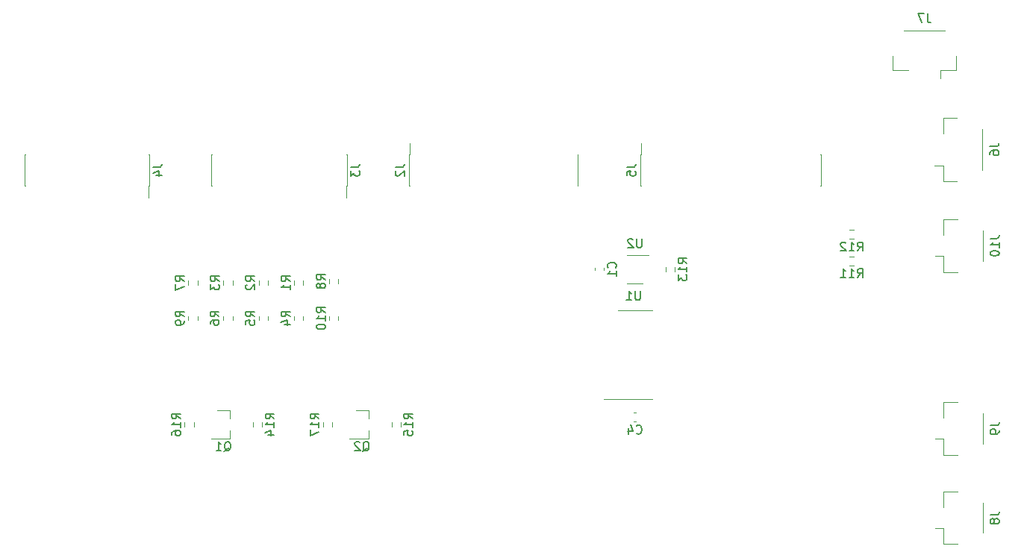
<source format=gbr>
%TF.GenerationSoftware,KiCad,Pcbnew,5.1.10-88a1d61d58~90~ubuntu20.04.1*%
%TF.CreationDate,2021-08-26T11:56:54+08:00*%
%TF.ProjectId,Syrostan-Ext-DIO,5379726f-7374-4616-9e2d-4578742d4449,rev?*%
%TF.SameCoordinates,Original*%
%TF.FileFunction,Legend,Bot*%
%TF.FilePolarity,Positive*%
%FSLAX46Y46*%
G04 Gerber Fmt 4.6, Leading zero omitted, Abs format (unit mm)*
G04 Created by KiCad (PCBNEW 5.1.10-88a1d61d58~90~ubuntu20.04.1) date 2021-08-26 11:56:54*
%MOMM*%
%LPD*%
G01*
G04 APERTURE LIST*
%ADD10C,0.120000*%
%ADD11C,0.150000*%
G04 APERTURE END LIST*
D10*
%TO.C,J2*%
X165636666Y-87964969D02*
X165701666Y-87964969D01*
X165636666Y-84434969D02*
X165701666Y-84434969D01*
X146531666Y-87964969D02*
X146596666Y-87964969D01*
X146531666Y-84434969D02*
X146596666Y-84434969D01*
X146596666Y-83109969D02*
X146596666Y-84434969D01*
X165701666Y-84434969D02*
X165701666Y-87964969D01*
X146531666Y-84434969D02*
X146531666Y-87964969D01*
%TO.C,U2*%
X171260000Y-95830000D02*
X173710000Y-95830000D01*
X173060000Y-99050000D02*
X171260000Y-99050000D01*
%TO.C,R17*%
X137822500Y-114822742D02*
X137822500Y-115297258D01*
X136777500Y-114822742D02*
X136777500Y-115297258D01*
%TO.C,R16*%
X122102500Y-114822742D02*
X122102500Y-115297258D01*
X121057500Y-114822742D02*
X121057500Y-115297258D01*
%TO.C,R15*%
X144547500Y-115297258D02*
X144547500Y-114822742D01*
X145592500Y-115297258D02*
X145592500Y-114822742D01*
%TO.C,R14*%
X128827500Y-115297258D02*
X128827500Y-114822742D01*
X129872500Y-115297258D02*
X129872500Y-114822742D01*
%TO.C,R13*%
X175647500Y-97677258D02*
X175647500Y-97202742D01*
X176692500Y-97677258D02*
X176692500Y-97202742D01*
%TO.C,Q2*%
X141945000Y-113480000D02*
X140485000Y-113480000D01*
X141945000Y-116640000D02*
X139785000Y-116640000D01*
X141945000Y-116640000D02*
X141945000Y-115710000D01*
X141945000Y-113480000D02*
X141945000Y-114410000D01*
%TO.C,Q1*%
X126225000Y-113480000D02*
X124765000Y-113480000D01*
X126225000Y-116640000D02*
X124065000Y-116640000D01*
X126225000Y-116640000D02*
X126225000Y-115710000D01*
X126225000Y-113480000D02*
X126225000Y-114410000D01*
%TO.C,C1*%
X167640000Y-97580580D02*
X167640000Y-97299420D01*
X168660000Y-97580580D02*
X168660000Y-97299420D01*
%TO.C,J10*%
X211630000Y-96489969D02*
X211630000Y-93059969D01*
X207160000Y-91789969D02*
X207160000Y-93589969D01*
X208760000Y-91789969D02*
X207160000Y-91789969D01*
X207160000Y-95959969D02*
X206220000Y-95959969D01*
X207160000Y-97759969D02*
X207160000Y-95959969D01*
X208760000Y-97759969D02*
X207160000Y-97759969D01*
%TO.C,J9*%
X211620000Y-117228334D02*
X211620000Y-113798334D01*
X207150000Y-112528334D02*
X207150000Y-114328334D01*
X208750000Y-112528334D02*
X207150000Y-112528334D01*
X207150000Y-116698334D02*
X206210000Y-116698334D01*
X207150000Y-118498334D02*
X207150000Y-116698334D01*
X208750000Y-118498334D02*
X207150000Y-118498334D01*
%TO.C,J8*%
X211620000Y-127385000D02*
X211620000Y-123955000D01*
X207150000Y-122685000D02*
X207150000Y-124485000D01*
X208750000Y-122685000D02*
X207150000Y-122685000D01*
X207150000Y-126855000D02*
X206210000Y-126855000D01*
X207150000Y-128655000D02*
X207150000Y-126855000D01*
X208750000Y-128655000D02*
X207150000Y-128655000D01*
%TO.C,J7*%
X207340000Y-70390000D02*
X202660000Y-70390000D01*
X201390000Y-74860000D02*
X203190000Y-74860000D01*
X201390000Y-73260000D02*
X201390000Y-74860000D01*
X206810000Y-74860000D02*
X206810000Y-75800000D01*
X208610000Y-74860000D02*
X206810000Y-74860000D01*
X208610000Y-73260000D02*
X208610000Y-74860000D01*
%TO.C,J6*%
X211580000Y-86190000D02*
X211580000Y-81510000D01*
X207110000Y-80240000D02*
X207110000Y-82040000D01*
X208710000Y-80240000D02*
X207110000Y-80240000D01*
X207110000Y-85660000D02*
X206170000Y-85660000D01*
X207110000Y-87460000D02*
X207110000Y-85660000D01*
X208710000Y-87460000D02*
X207110000Y-87460000D01*
%TO.C,J5*%
X193155000Y-87964969D02*
X193220000Y-87964969D01*
X193155000Y-84434969D02*
X193220000Y-84434969D01*
X172780000Y-87964969D02*
X172845000Y-87964969D01*
X172780000Y-84434969D02*
X172845000Y-84434969D01*
X172845000Y-83109969D02*
X172845000Y-84434969D01*
X193220000Y-84434969D02*
X193220000Y-87964969D01*
X172780000Y-84434969D02*
X172780000Y-87964969D01*
%TO.C,R12*%
X196512742Y-92977500D02*
X196987258Y-92977500D01*
X196512742Y-94022500D02*
X196987258Y-94022500D01*
%TO.C,R11*%
X196512742Y-95977500D02*
X196987258Y-95977500D01*
X196512742Y-97022500D02*
X196987258Y-97022500D01*
%TO.C,U1*%
X172149969Y-102079969D02*
X174099969Y-102079969D01*
X172149969Y-102079969D02*
X170199969Y-102079969D01*
X172149969Y-112199969D02*
X174099969Y-112199969D01*
X172149969Y-112199969D02*
X168649969Y-112199969D01*
%TO.C,C4*%
X172290549Y-113740000D02*
X172009389Y-113740000D01*
X172290549Y-114760000D02*
X172009389Y-114760000D01*
%TO.C,R10*%
X138522500Y-102762742D02*
X138522500Y-103237258D01*
X137477500Y-102762742D02*
X137477500Y-103237258D01*
%TO.C,R9*%
X122522500Y-102762742D02*
X122522500Y-103237258D01*
X121477500Y-102762742D02*
X121477500Y-103237258D01*
%TO.C,R8*%
X138522500Y-98587742D02*
X138522500Y-99062258D01*
X137477500Y-98587742D02*
X137477500Y-99062258D01*
%TO.C,R7*%
X122522500Y-98762742D02*
X122522500Y-99237258D01*
X121477500Y-98762742D02*
X121477500Y-99237258D01*
%TO.C,R6*%
X126522500Y-102762742D02*
X126522500Y-103237258D01*
X125477500Y-102762742D02*
X125477500Y-103237258D01*
%TO.C,R5*%
X130522500Y-102762742D02*
X130522500Y-103237258D01*
X129477500Y-102762742D02*
X129477500Y-103237258D01*
%TO.C,R4*%
X134522500Y-102762742D02*
X134522500Y-103237258D01*
X133477500Y-102762742D02*
X133477500Y-103237258D01*
%TO.C,R3*%
X126522500Y-98762742D02*
X126522500Y-99237258D01*
X125477500Y-98762742D02*
X125477500Y-99237258D01*
%TO.C,R2*%
X130522500Y-98762742D02*
X130522500Y-99237258D01*
X129477500Y-98762742D02*
X129477500Y-99237258D01*
%TO.C,R1*%
X134522500Y-98762742D02*
X134522500Y-99237258D01*
X133477500Y-98762742D02*
X133477500Y-99237258D01*
%TO.C,J4*%
X103020000Y-84434969D02*
X102955000Y-84434969D01*
X103020000Y-87964969D02*
X102955000Y-87964969D01*
X117045000Y-84434969D02*
X116980000Y-84434969D01*
X117045000Y-87964969D02*
X116980000Y-87964969D01*
X116980000Y-89289969D02*
X116980000Y-87964969D01*
X102955000Y-87964969D02*
X102955000Y-84434969D01*
X117045000Y-87964969D02*
X117045000Y-84434969D01*
%TO.C,J3*%
X124168333Y-84434969D02*
X124103333Y-84434969D01*
X124168333Y-87964969D02*
X124103333Y-87964969D01*
X139463333Y-84434969D02*
X139398333Y-84434969D01*
X139463333Y-87964969D02*
X139398333Y-87964969D01*
X139398333Y-89289969D02*
X139398333Y-87964969D01*
X124103333Y-87964969D02*
X124103333Y-84434969D01*
X139463333Y-87964969D02*
X139463333Y-84434969D01*
%TO.C,J2*%
D11*
X144984046Y-85866635D02*
X145698332Y-85866635D01*
X145841189Y-85819016D01*
X145936427Y-85723778D01*
X145984046Y-85580921D01*
X145984046Y-85485683D01*
X145079285Y-86295207D02*
X145031666Y-86342826D01*
X144984046Y-86438064D01*
X144984046Y-86676159D01*
X145031666Y-86771397D01*
X145079285Y-86819016D01*
X145174523Y-86866635D01*
X145269761Y-86866635D01*
X145412618Y-86819016D01*
X145984046Y-86247588D01*
X145984046Y-86866635D01*
%TO.C,U2*%
X172921904Y-93992380D02*
X172921904Y-94801904D01*
X172874285Y-94897142D01*
X172826666Y-94944761D01*
X172731428Y-94992380D01*
X172540952Y-94992380D01*
X172445714Y-94944761D01*
X172398095Y-94897142D01*
X172350476Y-94801904D01*
X172350476Y-93992380D01*
X171921904Y-94087619D02*
X171874285Y-94040000D01*
X171779047Y-93992380D01*
X171540952Y-93992380D01*
X171445714Y-94040000D01*
X171398095Y-94087619D01*
X171350476Y-94182857D01*
X171350476Y-94278095D01*
X171398095Y-94420952D01*
X171969523Y-94992380D01*
X171350476Y-94992380D01*
%TO.C,R17*%
X136322380Y-114417142D02*
X135846190Y-114083809D01*
X136322380Y-113845714D02*
X135322380Y-113845714D01*
X135322380Y-114226666D01*
X135370000Y-114321904D01*
X135417619Y-114369523D01*
X135512857Y-114417142D01*
X135655714Y-114417142D01*
X135750952Y-114369523D01*
X135798571Y-114321904D01*
X135846190Y-114226666D01*
X135846190Y-113845714D01*
X136322380Y-115369523D02*
X136322380Y-114798095D01*
X136322380Y-115083809D02*
X135322380Y-115083809D01*
X135465238Y-114988571D01*
X135560476Y-114893333D01*
X135608095Y-114798095D01*
X135322380Y-115702857D02*
X135322380Y-116369523D01*
X136322380Y-115940952D01*
%TO.C,R16*%
X120602380Y-114417142D02*
X120126190Y-114083809D01*
X120602380Y-113845714D02*
X119602380Y-113845714D01*
X119602380Y-114226666D01*
X119650000Y-114321904D01*
X119697619Y-114369523D01*
X119792857Y-114417142D01*
X119935714Y-114417142D01*
X120030952Y-114369523D01*
X120078571Y-114321904D01*
X120126190Y-114226666D01*
X120126190Y-113845714D01*
X120602380Y-115369523D02*
X120602380Y-114798095D01*
X120602380Y-115083809D02*
X119602380Y-115083809D01*
X119745238Y-114988571D01*
X119840476Y-114893333D01*
X119888095Y-114798095D01*
X119602380Y-116226666D02*
X119602380Y-116036190D01*
X119650000Y-115940952D01*
X119697619Y-115893333D01*
X119840476Y-115798095D01*
X120030952Y-115750476D01*
X120411904Y-115750476D01*
X120507142Y-115798095D01*
X120554761Y-115845714D01*
X120602380Y-115940952D01*
X120602380Y-116131428D01*
X120554761Y-116226666D01*
X120507142Y-116274285D01*
X120411904Y-116321904D01*
X120173809Y-116321904D01*
X120078571Y-116274285D01*
X120030952Y-116226666D01*
X119983333Y-116131428D01*
X119983333Y-115940952D01*
X120030952Y-115845714D01*
X120078571Y-115798095D01*
X120173809Y-115750476D01*
%TO.C,R15*%
X146952380Y-114417142D02*
X146476190Y-114083809D01*
X146952380Y-113845714D02*
X145952380Y-113845714D01*
X145952380Y-114226666D01*
X146000000Y-114321904D01*
X146047619Y-114369523D01*
X146142857Y-114417142D01*
X146285714Y-114417142D01*
X146380952Y-114369523D01*
X146428571Y-114321904D01*
X146476190Y-114226666D01*
X146476190Y-113845714D01*
X146952380Y-115369523D02*
X146952380Y-114798095D01*
X146952380Y-115083809D02*
X145952380Y-115083809D01*
X146095238Y-114988571D01*
X146190476Y-114893333D01*
X146238095Y-114798095D01*
X145952380Y-116274285D02*
X145952380Y-115798095D01*
X146428571Y-115750476D01*
X146380952Y-115798095D01*
X146333333Y-115893333D01*
X146333333Y-116131428D01*
X146380952Y-116226666D01*
X146428571Y-116274285D01*
X146523809Y-116321904D01*
X146761904Y-116321904D01*
X146857142Y-116274285D01*
X146904761Y-116226666D01*
X146952380Y-116131428D01*
X146952380Y-115893333D01*
X146904761Y-115798095D01*
X146857142Y-115750476D01*
%TO.C,R14*%
X131232380Y-114417142D02*
X130756190Y-114083809D01*
X131232380Y-113845714D02*
X130232380Y-113845714D01*
X130232380Y-114226666D01*
X130280000Y-114321904D01*
X130327619Y-114369523D01*
X130422857Y-114417142D01*
X130565714Y-114417142D01*
X130660952Y-114369523D01*
X130708571Y-114321904D01*
X130756190Y-114226666D01*
X130756190Y-113845714D01*
X131232380Y-115369523D02*
X131232380Y-114798095D01*
X131232380Y-115083809D02*
X130232380Y-115083809D01*
X130375238Y-114988571D01*
X130470476Y-114893333D01*
X130518095Y-114798095D01*
X130565714Y-116226666D02*
X131232380Y-116226666D01*
X130184761Y-115988571D02*
X130899047Y-115750476D01*
X130899047Y-116369523D01*
%TO.C,R13*%
X178052380Y-96797142D02*
X177576190Y-96463809D01*
X178052380Y-96225714D02*
X177052380Y-96225714D01*
X177052380Y-96606666D01*
X177100000Y-96701904D01*
X177147619Y-96749523D01*
X177242857Y-96797142D01*
X177385714Y-96797142D01*
X177480952Y-96749523D01*
X177528571Y-96701904D01*
X177576190Y-96606666D01*
X177576190Y-96225714D01*
X178052380Y-97749523D02*
X178052380Y-97178095D01*
X178052380Y-97463809D02*
X177052380Y-97463809D01*
X177195238Y-97368571D01*
X177290476Y-97273333D01*
X177338095Y-97178095D01*
X177052380Y-98082857D02*
X177052380Y-98701904D01*
X177433333Y-98368571D01*
X177433333Y-98511428D01*
X177480952Y-98606666D01*
X177528571Y-98654285D01*
X177623809Y-98701904D01*
X177861904Y-98701904D01*
X177957142Y-98654285D01*
X178004761Y-98606666D01*
X178052380Y-98511428D01*
X178052380Y-98225714D01*
X178004761Y-98130476D01*
X177957142Y-98082857D01*
%TO.C,Q2*%
X141280238Y-118107619D02*
X141375476Y-118060000D01*
X141470714Y-117964761D01*
X141613571Y-117821904D01*
X141708809Y-117774285D01*
X141804047Y-117774285D01*
X141756428Y-118012380D02*
X141851666Y-117964761D01*
X141946904Y-117869523D01*
X141994523Y-117679047D01*
X141994523Y-117345714D01*
X141946904Y-117155238D01*
X141851666Y-117060000D01*
X141756428Y-117012380D01*
X141565952Y-117012380D01*
X141470714Y-117060000D01*
X141375476Y-117155238D01*
X141327857Y-117345714D01*
X141327857Y-117679047D01*
X141375476Y-117869523D01*
X141470714Y-117964761D01*
X141565952Y-118012380D01*
X141756428Y-118012380D01*
X140946904Y-117107619D02*
X140899285Y-117060000D01*
X140804047Y-117012380D01*
X140565952Y-117012380D01*
X140470714Y-117060000D01*
X140423095Y-117107619D01*
X140375476Y-117202857D01*
X140375476Y-117298095D01*
X140423095Y-117440952D01*
X140994523Y-118012380D01*
X140375476Y-118012380D01*
%TO.C,Q1*%
X125560238Y-118107619D02*
X125655476Y-118060000D01*
X125750714Y-117964761D01*
X125893571Y-117821904D01*
X125988809Y-117774285D01*
X126084047Y-117774285D01*
X126036428Y-118012380D02*
X126131666Y-117964761D01*
X126226904Y-117869523D01*
X126274523Y-117679047D01*
X126274523Y-117345714D01*
X126226904Y-117155238D01*
X126131666Y-117060000D01*
X126036428Y-117012380D01*
X125845952Y-117012380D01*
X125750714Y-117060000D01*
X125655476Y-117155238D01*
X125607857Y-117345714D01*
X125607857Y-117679047D01*
X125655476Y-117869523D01*
X125750714Y-117964761D01*
X125845952Y-118012380D01*
X126036428Y-118012380D01*
X124655476Y-118012380D02*
X125226904Y-118012380D01*
X124941190Y-118012380D02*
X124941190Y-117012380D01*
X125036428Y-117155238D01*
X125131666Y-117250476D01*
X125226904Y-117298095D01*
%TO.C,C1*%
X169937142Y-97273333D02*
X169984761Y-97225714D01*
X170032380Y-97082857D01*
X170032380Y-96987619D01*
X169984761Y-96844761D01*
X169889523Y-96749523D01*
X169794285Y-96701904D01*
X169603809Y-96654285D01*
X169460952Y-96654285D01*
X169270476Y-96701904D01*
X169175238Y-96749523D01*
X169080000Y-96844761D01*
X169032380Y-96987619D01*
X169032380Y-97082857D01*
X169080000Y-97225714D01*
X169127619Y-97273333D01*
X170032380Y-98225714D02*
X170032380Y-97654285D01*
X170032380Y-97940000D02*
X169032380Y-97940000D01*
X169175238Y-97844761D01*
X169270476Y-97749523D01*
X169318095Y-97654285D01*
%TO.C,J10*%
X212472380Y-93965445D02*
X213186666Y-93965445D01*
X213329523Y-93917826D01*
X213424761Y-93822588D01*
X213472380Y-93679730D01*
X213472380Y-93584492D01*
X213472380Y-94965445D02*
X213472380Y-94394016D01*
X213472380Y-94679730D02*
X212472380Y-94679730D01*
X212615238Y-94584492D01*
X212710476Y-94489254D01*
X212758095Y-94394016D01*
X212472380Y-95584492D02*
X212472380Y-95679730D01*
X212520000Y-95774969D01*
X212567619Y-95822588D01*
X212662857Y-95870207D01*
X212853333Y-95917826D01*
X213091428Y-95917826D01*
X213281904Y-95870207D01*
X213377142Y-95822588D01*
X213424761Y-95774969D01*
X213472380Y-95679730D01*
X213472380Y-95584492D01*
X213424761Y-95489254D01*
X213377142Y-95441635D01*
X213281904Y-95394016D01*
X213091428Y-95346397D01*
X212853333Y-95346397D01*
X212662857Y-95394016D01*
X212567619Y-95441635D01*
X212520000Y-95489254D01*
X212472380Y-95584492D01*
%TO.C,J9*%
X212462380Y-115180000D02*
X213176666Y-115180000D01*
X213319523Y-115132381D01*
X213414761Y-115037143D01*
X213462380Y-114894286D01*
X213462380Y-114799048D01*
X213462380Y-115703810D02*
X213462380Y-115894286D01*
X213414761Y-115989524D01*
X213367142Y-116037143D01*
X213224285Y-116132381D01*
X213033809Y-116180000D01*
X212652857Y-116180000D01*
X212557619Y-116132381D01*
X212510000Y-116084762D01*
X212462380Y-115989524D01*
X212462380Y-115799048D01*
X212510000Y-115703810D01*
X212557619Y-115656191D01*
X212652857Y-115608572D01*
X212890952Y-115608572D01*
X212986190Y-115656191D01*
X213033809Y-115703810D01*
X213081428Y-115799048D01*
X213081428Y-115989524D01*
X213033809Y-116084762D01*
X212986190Y-116132381D01*
X212890952Y-116180000D01*
%TO.C,J8*%
X212462380Y-125336666D02*
X213176666Y-125336666D01*
X213319523Y-125289047D01*
X213414761Y-125193809D01*
X213462380Y-125050952D01*
X213462380Y-124955714D01*
X212890952Y-125955714D02*
X212843333Y-125860476D01*
X212795714Y-125812857D01*
X212700476Y-125765238D01*
X212652857Y-125765238D01*
X212557619Y-125812857D01*
X212510000Y-125860476D01*
X212462380Y-125955714D01*
X212462380Y-126146190D01*
X212510000Y-126241428D01*
X212557619Y-126289047D01*
X212652857Y-126336666D01*
X212700476Y-126336666D01*
X212795714Y-126289047D01*
X212843333Y-126241428D01*
X212890952Y-126146190D01*
X212890952Y-125955714D01*
X212938571Y-125860476D01*
X212986190Y-125812857D01*
X213081428Y-125765238D01*
X213271904Y-125765238D01*
X213367142Y-125812857D01*
X213414761Y-125860476D01*
X213462380Y-125955714D01*
X213462380Y-126146190D01*
X213414761Y-126241428D01*
X213367142Y-126289047D01*
X213271904Y-126336666D01*
X213081428Y-126336666D01*
X212986190Y-126289047D01*
X212938571Y-126241428D01*
X212890952Y-126146190D01*
%TO.C,J7*%
X205333333Y-68452380D02*
X205333333Y-69166666D01*
X205380952Y-69309523D01*
X205476190Y-69404761D01*
X205619047Y-69452380D01*
X205714285Y-69452380D01*
X204952380Y-68452380D02*
X204285714Y-68452380D01*
X204714285Y-69452380D01*
%TO.C,J6*%
X212422380Y-83516666D02*
X213136666Y-83516666D01*
X213279523Y-83469047D01*
X213374761Y-83373809D01*
X213422380Y-83230952D01*
X213422380Y-83135714D01*
X212422380Y-84421428D02*
X212422380Y-84230952D01*
X212470000Y-84135714D01*
X212517619Y-84088095D01*
X212660476Y-83992857D01*
X212850952Y-83945238D01*
X213231904Y-83945238D01*
X213327142Y-83992857D01*
X213374761Y-84040476D01*
X213422380Y-84135714D01*
X213422380Y-84326190D01*
X213374761Y-84421428D01*
X213327142Y-84469047D01*
X213231904Y-84516666D01*
X212993809Y-84516666D01*
X212898571Y-84469047D01*
X212850952Y-84421428D01*
X212803333Y-84326190D01*
X212803333Y-84135714D01*
X212850952Y-84040476D01*
X212898571Y-83992857D01*
X212993809Y-83945238D01*
%TO.C,J5*%
X171232380Y-85866635D02*
X171946666Y-85866635D01*
X172089523Y-85819016D01*
X172184761Y-85723778D01*
X172232380Y-85580921D01*
X172232380Y-85485683D01*
X171232380Y-86819016D02*
X171232380Y-86342826D01*
X171708571Y-86295207D01*
X171660952Y-86342826D01*
X171613333Y-86438064D01*
X171613333Y-86676159D01*
X171660952Y-86771397D01*
X171708571Y-86819016D01*
X171803809Y-86866635D01*
X172041904Y-86866635D01*
X172137142Y-86819016D01*
X172184761Y-86771397D01*
X172232380Y-86676159D01*
X172232380Y-86438064D01*
X172184761Y-86342826D01*
X172137142Y-86295207D01*
%TO.C,R12*%
X197392857Y-95382380D02*
X197726190Y-94906190D01*
X197964285Y-95382380D02*
X197964285Y-94382380D01*
X197583333Y-94382380D01*
X197488095Y-94430000D01*
X197440476Y-94477619D01*
X197392857Y-94572857D01*
X197392857Y-94715714D01*
X197440476Y-94810952D01*
X197488095Y-94858571D01*
X197583333Y-94906190D01*
X197964285Y-94906190D01*
X196440476Y-95382380D02*
X197011904Y-95382380D01*
X196726190Y-95382380D02*
X196726190Y-94382380D01*
X196821428Y-94525238D01*
X196916666Y-94620476D01*
X197011904Y-94668095D01*
X196059523Y-94477619D02*
X196011904Y-94430000D01*
X195916666Y-94382380D01*
X195678571Y-94382380D01*
X195583333Y-94430000D01*
X195535714Y-94477619D01*
X195488095Y-94572857D01*
X195488095Y-94668095D01*
X195535714Y-94810952D01*
X196107142Y-95382380D01*
X195488095Y-95382380D01*
%TO.C,R11*%
X197392857Y-98382380D02*
X197726190Y-97906190D01*
X197964285Y-98382380D02*
X197964285Y-97382380D01*
X197583333Y-97382380D01*
X197488095Y-97430000D01*
X197440476Y-97477619D01*
X197392857Y-97572857D01*
X197392857Y-97715714D01*
X197440476Y-97810952D01*
X197488095Y-97858571D01*
X197583333Y-97906190D01*
X197964285Y-97906190D01*
X196440476Y-98382380D02*
X197011904Y-98382380D01*
X196726190Y-98382380D02*
X196726190Y-97382380D01*
X196821428Y-97525238D01*
X196916666Y-97620476D01*
X197011904Y-97668095D01*
X195488095Y-98382380D02*
X196059523Y-98382380D01*
X195773809Y-98382380D02*
X195773809Y-97382380D01*
X195869047Y-97525238D01*
X195964285Y-97620476D01*
X196059523Y-97668095D01*
%TO.C,U1*%
X172761904Y-99952380D02*
X172761904Y-100761904D01*
X172714285Y-100857142D01*
X172666666Y-100904761D01*
X172571428Y-100952380D01*
X172380952Y-100952380D01*
X172285714Y-100904761D01*
X172238095Y-100857142D01*
X172190476Y-100761904D01*
X172190476Y-99952380D01*
X171190476Y-100952380D02*
X171761904Y-100952380D01*
X171476190Y-100952380D02*
X171476190Y-99952380D01*
X171571428Y-100095238D01*
X171666666Y-100190476D01*
X171761904Y-100238095D01*
%TO.C,C4*%
X172306635Y-116047142D02*
X172354254Y-116094761D01*
X172497111Y-116142380D01*
X172592349Y-116142380D01*
X172735207Y-116094761D01*
X172830445Y-115999523D01*
X172878064Y-115904285D01*
X172925683Y-115713809D01*
X172925683Y-115570952D01*
X172878064Y-115380476D01*
X172830445Y-115285238D01*
X172735207Y-115190000D01*
X172592349Y-115142380D01*
X172497111Y-115142380D01*
X172354254Y-115190000D01*
X172306635Y-115237619D01*
X171449492Y-115475714D02*
X171449492Y-116142380D01*
X171687588Y-115094761D02*
X171925683Y-115809047D01*
X171306635Y-115809047D01*
%TO.C,R10*%
X137022380Y-102357142D02*
X136546190Y-102023809D01*
X137022380Y-101785714D02*
X136022380Y-101785714D01*
X136022380Y-102166666D01*
X136070000Y-102261904D01*
X136117619Y-102309523D01*
X136212857Y-102357142D01*
X136355714Y-102357142D01*
X136450952Y-102309523D01*
X136498571Y-102261904D01*
X136546190Y-102166666D01*
X136546190Y-101785714D01*
X137022380Y-103309523D02*
X137022380Y-102738095D01*
X137022380Y-103023809D02*
X136022380Y-103023809D01*
X136165238Y-102928571D01*
X136260476Y-102833333D01*
X136308095Y-102738095D01*
X136022380Y-103928571D02*
X136022380Y-104023809D01*
X136070000Y-104119047D01*
X136117619Y-104166666D01*
X136212857Y-104214285D01*
X136403333Y-104261904D01*
X136641428Y-104261904D01*
X136831904Y-104214285D01*
X136927142Y-104166666D01*
X136974761Y-104119047D01*
X137022380Y-104023809D01*
X137022380Y-103928571D01*
X136974761Y-103833333D01*
X136927142Y-103785714D01*
X136831904Y-103738095D01*
X136641428Y-103690476D01*
X136403333Y-103690476D01*
X136212857Y-103738095D01*
X136117619Y-103785714D01*
X136070000Y-103833333D01*
X136022380Y-103928571D01*
%TO.C,R9*%
X121022380Y-102833333D02*
X120546190Y-102500000D01*
X121022380Y-102261904D02*
X120022380Y-102261904D01*
X120022380Y-102642857D01*
X120070000Y-102738095D01*
X120117619Y-102785714D01*
X120212857Y-102833333D01*
X120355714Y-102833333D01*
X120450952Y-102785714D01*
X120498571Y-102738095D01*
X120546190Y-102642857D01*
X120546190Y-102261904D01*
X121022380Y-103309523D02*
X121022380Y-103500000D01*
X120974761Y-103595238D01*
X120927142Y-103642857D01*
X120784285Y-103738095D01*
X120593809Y-103785714D01*
X120212857Y-103785714D01*
X120117619Y-103738095D01*
X120070000Y-103690476D01*
X120022380Y-103595238D01*
X120022380Y-103404761D01*
X120070000Y-103309523D01*
X120117619Y-103261904D01*
X120212857Y-103214285D01*
X120450952Y-103214285D01*
X120546190Y-103261904D01*
X120593809Y-103309523D01*
X120641428Y-103404761D01*
X120641428Y-103595238D01*
X120593809Y-103690476D01*
X120546190Y-103738095D01*
X120450952Y-103785714D01*
%TO.C,R8*%
X137022380Y-98658333D02*
X136546190Y-98325000D01*
X137022380Y-98086904D02*
X136022380Y-98086904D01*
X136022380Y-98467857D01*
X136070000Y-98563095D01*
X136117619Y-98610714D01*
X136212857Y-98658333D01*
X136355714Y-98658333D01*
X136450952Y-98610714D01*
X136498571Y-98563095D01*
X136546190Y-98467857D01*
X136546190Y-98086904D01*
X136450952Y-99229761D02*
X136403333Y-99134523D01*
X136355714Y-99086904D01*
X136260476Y-99039285D01*
X136212857Y-99039285D01*
X136117619Y-99086904D01*
X136070000Y-99134523D01*
X136022380Y-99229761D01*
X136022380Y-99420238D01*
X136070000Y-99515476D01*
X136117619Y-99563095D01*
X136212857Y-99610714D01*
X136260476Y-99610714D01*
X136355714Y-99563095D01*
X136403333Y-99515476D01*
X136450952Y-99420238D01*
X136450952Y-99229761D01*
X136498571Y-99134523D01*
X136546190Y-99086904D01*
X136641428Y-99039285D01*
X136831904Y-99039285D01*
X136927142Y-99086904D01*
X136974761Y-99134523D01*
X137022380Y-99229761D01*
X137022380Y-99420238D01*
X136974761Y-99515476D01*
X136927142Y-99563095D01*
X136831904Y-99610714D01*
X136641428Y-99610714D01*
X136546190Y-99563095D01*
X136498571Y-99515476D01*
X136450952Y-99420238D01*
%TO.C,R7*%
X121022380Y-98833333D02*
X120546190Y-98500000D01*
X121022380Y-98261904D02*
X120022380Y-98261904D01*
X120022380Y-98642857D01*
X120070000Y-98738095D01*
X120117619Y-98785714D01*
X120212857Y-98833333D01*
X120355714Y-98833333D01*
X120450952Y-98785714D01*
X120498571Y-98738095D01*
X120546190Y-98642857D01*
X120546190Y-98261904D01*
X120022380Y-99166666D02*
X120022380Y-99833333D01*
X121022380Y-99404761D01*
%TO.C,R6*%
X124962380Y-102823333D02*
X124486190Y-102490000D01*
X124962380Y-102251904D02*
X123962380Y-102251904D01*
X123962380Y-102632857D01*
X124010000Y-102728095D01*
X124057619Y-102775714D01*
X124152857Y-102823333D01*
X124295714Y-102823333D01*
X124390952Y-102775714D01*
X124438571Y-102728095D01*
X124486190Y-102632857D01*
X124486190Y-102251904D01*
X123962380Y-103680476D02*
X123962380Y-103490000D01*
X124010000Y-103394761D01*
X124057619Y-103347142D01*
X124200476Y-103251904D01*
X124390952Y-103204285D01*
X124771904Y-103204285D01*
X124867142Y-103251904D01*
X124914761Y-103299523D01*
X124962380Y-103394761D01*
X124962380Y-103585238D01*
X124914761Y-103680476D01*
X124867142Y-103728095D01*
X124771904Y-103775714D01*
X124533809Y-103775714D01*
X124438571Y-103728095D01*
X124390952Y-103680476D01*
X124343333Y-103585238D01*
X124343333Y-103394761D01*
X124390952Y-103299523D01*
X124438571Y-103251904D01*
X124533809Y-103204285D01*
%TO.C,R5*%
X129022380Y-102833333D02*
X128546190Y-102500000D01*
X129022380Y-102261904D02*
X128022380Y-102261904D01*
X128022380Y-102642857D01*
X128070000Y-102738095D01*
X128117619Y-102785714D01*
X128212857Y-102833333D01*
X128355714Y-102833333D01*
X128450952Y-102785714D01*
X128498571Y-102738095D01*
X128546190Y-102642857D01*
X128546190Y-102261904D01*
X128022380Y-103738095D02*
X128022380Y-103261904D01*
X128498571Y-103214285D01*
X128450952Y-103261904D01*
X128403333Y-103357142D01*
X128403333Y-103595238D01*
X128450952Y-103690476D01*
X128498571Y-103738095D01*
X128593809Y-103785714D01*
X128831904Y-103785714D01*
X128927142Y-103738095D01*
X128974761Y-103690476D01*
X129022380Y-103595238D01*
X129022380Y-103357142D01*
X128974761Y-103261904D01*
X128927142Y-103214285D01*
%TO.C,R4*%
X133022380Y-102833333D02*
X132546190Y-102500000D01*
X133022380Y-102261904D02*
X132022380Y-102261904D01*
X132022380Y-102642857D01*
X132070000Y-102738095D01*
X132117619Y-102785714D01*
X132212857Y-102833333D01*
X132355714Y-102833333D01*
X132450952Y-102785714D01*
X132498571Y-102738095D01*
X132546190Y-102642857D01*
X132546190Y-102261904D01*
X132355714Y-103690476D02*
X133022380Y-103690476D01*
X131974761Y-103452380D02*
X132689047Y-103214285D01*
X132689047Y-103833333D01*
%TO.C,R3*%
X125022380Y-98833333D02*
X124546190Y-98500000D01*
X125022380Y-98261904D02*
X124022380Y-98261904D01*
X124022380Y-98642857D01*
X124070000Y-98738095D01*
X124117619Y-98785714D01*
X124212857Y-98833333D01*
X124355714Y-98833333D01*
X124450952Y-98785714D01*
X124498571Y-98738095D01*
X124546190Y-98642857D01*
X124546190Y-98261904D01*
X124022380Y-99166666D02*
X124022380Y-99785714D01*
X124403333Y-99452380D01*
X124403333Y-99595238D01*
X124450952Y-99690476D01*
X124498571Y-99738095D01*
X124593809Y-99785714D01*
X124831904Y-99785714D01*
X124927142Y-99738095D01*
X124974761Y-99690476D01*
X125022380Y-99595238D01*
X125022380Y-99309523D01*
X124974761Y-99214285D01*
X124927142Y-99166666D01*
%TO.C,R2*%
X129022380Y-98833333D02*
X128546190Y-98500000D01*
X129022380Y-98261904D02*
X128022380Y-98261904D01*
X128022380Y-98642857D01*
X128070000Y-98738095D01*
X128117619Y-98785714D01*
X128212857Y-98833333D01*
X128355714Y-98833333D01*
X128450952Y-98785714D01*
X128498571Y-98738095D01*
X128546190Y-98642857D01*
X128546190Y-98261904D01*
X128117619Y-99214285D02*
X128070000Y-99261904D01*
X128022380Y-99357142D01*
X128022380Y-99595238D01*
X128070000Y-99690476D01*
X128117619Y-99738095D01*
X128212857Y-99785714D01*
X128308095Y-99785714D01*
X128450952Y-99738095D01*
X129022380Y-99166666D01*
X129022380Y-99785714D01*
%TO.C,R1*%
X133022380Y-98833333D02*
X132546190Y-98500000D01*
X133022380Y-98261904D02*
X132022380Y-98261904D01*
X132022380Y-98642857D01*
X132070000Y-98738095D01*
X132117619Y-98785714D01*
X132212857Y-98833333D01*
X132355714Y-98833333D01*
X132450952Y-98785714D01*
X132498571Y-98738095D01*
X132546190Y-98642857D01*
X132546190Y-98261904D01*
X133022380Y-99785714D02*
X133022380Y-99214285D01*
X133022380Y-99500000D02*
X132022380Y-99500000D01*
X132165238Y-99404761D01*
X132260476Y-99309523D01*
X132308095Y-99214285D01*
%TO.C,J4*%
X117497380Y-85866635D02*
X118211666Y-85866635D01*
X118354523Y-85819016D01*
X118449761Y-85723778D01*
X118497380Y-85580921D01*
X118497380Y-85485683D01*
X117830714Y-86771397D02*
X118497380Y-86771397D01*
X117449761Y-86533302D02*
X118164047Y-86295207D01*
X118164047Y-86914254D01*
%TO.C,J3*%
X139915713Y-85866635D02*
X140629999Y-85866635D01*
X140772856Y-85819016D01*
X140868094Y-85723778D01*
X140915713Y-85580921D01*
X140915713Y-85485683D01*
X139915713Y-86247588D02*
X139915713Y-86866635D01*
X140296666Y-86533302D01*
X140296666Y-86676159D01*
X140344285Y-86771397D01*
X140391904Y-86819016D01*
X140487142Y-86866635D01*
X140725237Y-86866635D01*
X140820475Y-86819016D01*
X140868094Y-86771397D01*
X140915713Y-86676159D01*
X140915713Y-86390445D01*
X140868094Y-86295207D01*
X140820475Y-86247588D01*
%TD*%
M02*

</source>
